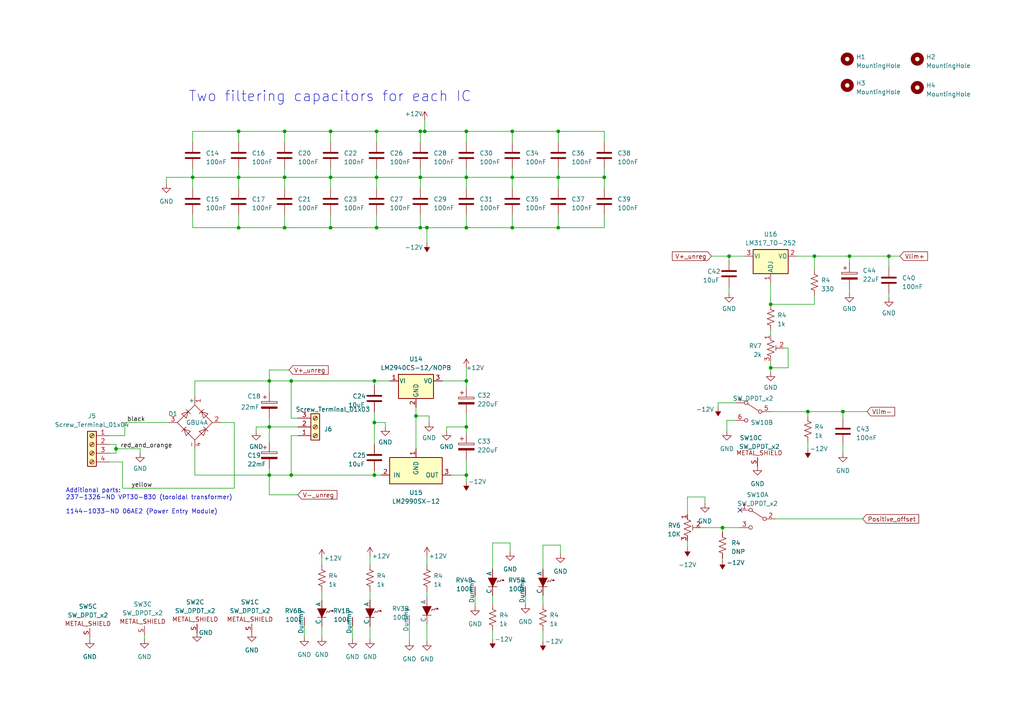
<source format=kicad_sch>
(kicad_sch (version 20230121) (generator eeschema)
  (paper "A4")
  (lib_symbols
    (symbol "Connector:Screw_Terminal_01x03" (pin_names (offset 1.016) hide)
      (property "Reference" "J" (at 0 5.08 0))
      (property "Value" "Screw_Terminal_01x03" (at 0 -5.08 0))
      (symbol "Screw_Terminal_01x03_1_1"
        (pin passive line (at -5.08 2.54 0) (length 3.81) (name "Pin_1") (number "1"))
        (pin passive line (at -5.08 0 0) (length 3.81) (name "Pin_2") (number "2"))
        (pin passive line (at -5.08 -2.54 0) (length 3.81) (name "Pin_3") (number "3"))
      )
    )
    (symbol "Connector:Screw_Terminal_01x04" (pin_names (offset 1.016) hide)
      (property "Reference" "J" (at 0 5.08 0))
      (property "Value" "Screw_Terminal_01x04" (at 0 -7.62 0))
      (symbol "Screw_Terminal_01x04_1_1"
        (pin passive line (at -5.08 2.54 0) (length 3.81) (name "Pin_1") (number "1"))
        (pin passive line (at -5.08 0 0) (length 3.81) (name "Pin_2") (number "2"))
        (pin passive line (at -5.08 -2.54 0) (length 3.81) (name "Pin_3") (number "3"))
        (pin passive line (at -5.08 -5.08 0) (length 3.81) (name "Pin_4") (number "4"))
      )
    )
    (symbol "Device:C" (pin_numbers hide) (pin_names (offset 0.254))
      (property "Reference" "C" (at 0.635 2.54 0))
      (property "Value" "C" (at 0.635 -2.54 0))
      (symbol "C_1_1"
        (pin passive line (at 0 3.81 270) (length 2.794) (name "~") (number "1"))
        (pin passive line (at 0 -3.81 90) (length 2.794) (name "~") (number "2"))
      )
    )
    (symbol "Device:C_Polarized" (pin_numbers hide) (pin_names (offset 0.254))
      (property "Reference" "C" (at 0.635 2.54 0))
      (property "Value" "C_Polarized" (at 0.635 -2.54 0))
      (symbol "C_Polarized_1_1"
        (pin passive line (at 0 3.81 270) (length 2.794) (name "~") (number "1"))
        (pin passive line (at 0 -3.81 90) (length 2.794) (name "~") (number "2"))
      )
    )
    (symbol "Device:R_Potentiometer_Trim_US" (pin_names (offset 1.016) hide)
      (property "Reference" "RV" (at -4.445 0 90))
      (property "Value" "R_Potentiometer_Trim_US" (at -2.54 0 90))
      (symbol "R_Potentiometer_Trim_US_1_1"
        (pin passive line (at 0 3.81 270) (length 1.27) (name "1") (number "1"))
        (pin passive line (at 3.81 0 180) (length 1.27) (name "2") (number "2"))
        (pin passive line (at 0 -3.81 90) (length 1.27) (name "3") (number "3"))
      )
    )
    (symbol "Device:R_US" (pin_numbers hide) (pin_names (offset 0))
      (property "Reference" "R" (at 2.54 0 90))
      (property "Value" "R_US" (at -2.54 0 90))
      (symbol "R_US_1_1"
        (pin passive line (at 0 3.81 270) (length 1.27) (name "~") (number "1"))
        (pin passive line (at 0 -3.81 90) (length 1.27) (name "~") (number "2"))
      )
    )
    (symbol "Diode_Bridge:GBU4A" (pin_names (offset 0))
      (property "Reference" "D" (at 2.54 6.985 0))
      (property "Value" "GBU4A" (at 2.54 5.08 0))
      (symbol "GBU4A_1_1"
        (pin passive line (at 7.62 0 180) (length 2.54) (name "+") (number "1"))
        (pin passive line (at 0 -7.62 90) (length 2.54) (name "~") (number "2"))
        (pin passive line (at 0 7.62 270) (length 2.54) (name "~") (number "3"))
        (pin passive line (at -7.62 0 0) (length 2.54) (name "-") (number "4"))
      )
    )
    (symbol "Mechanical:MountingHole" (pin_names (offset 1.016))
      (property "Reference" "H" (at 0 5.08 0))
      (property "Value" "MountingHole" (at 0 3.175 0))
    )
    (symbol "Regulator_Linear:LM2937xS" (pin_names (offset 0.254))
      (property "Reference" "U" (at -3.81 3.175 0))
      (property "Value" "LM2937xS" (at 0 3.175 0))
      (symbol "LM2937xS_1_1"
        (pin power_in line (at -7.62 0 0) (length 2.54) (name "VI") (number "1"))
        (pin power_in line (at 0 -7.62 90) (length 2.54) (name "GND") (number "2"))
        (pin power_out line (at 7.62 0 180) (length 2.54) (name "VO") (number "3"))
      )
    )
    (symbol "Regulator_Linear:LM2990SX-12" (pin_names (offset 1.016))
      (property "Reference" "U" (at -7.874 4.064 0))
      (property "Value" "LM2990SX-12" (at -3.048 4.064 0))
      (symbol "LM2990SX-12_1_1"
        (pin power_in line (at 0 -7.62 90) (length 2.54) (name "GND") (number "1"))
        (pin power_in line (at -10.16 0 0) (length 2.54) (name "IN") (number "2"))
        (pin power_out line (at 10.16 0 180) (length 2.54) (name "OUT") (number "3"))
      )
    )
    (symbol "Regulator_Linear:LM317_TO-252" (pin_names (offset 0.254))
      (property "Reference" "U" (at -3.81 3.175 0))
      (property "Value" "LM317_TO-252" (at 0 3.175 0))
      (symbol "LM317_TO-252_1_1"
        (pin input line (at 0 -7.62 90) (length 2.54) (name "ADJ") (number "1"))
        (pin power_out line (at 7.62 0 180) (length 2.54) (name "VO") (number "2"))
        (pin power_in line (at -7.62 0 0) (length 2.54) (name "VI") (number "3"))
      )
    )
    (symbol "local_lib:SW_DPDT_x2" (pin_names (offset 0) hide)
      (property "Reference" "SW1" (at 0 6.35 0))
      (property "Value" "SW_DPDT_x2" (at 0 3.81 0))
      (symbol "SW_DPDT_x2_1_1"
        (pin passive line (at 5.08 2.54 180) (length 2.54) (name "A") (number "1"))
        (pin passive line (at -5.08 0 0) (length 2.54) (name "B") (number "2"))
        (pin passive line (at 5.08 -2.54 180) (length 2.54) (name "C") (number "3"))
      )
      (symbol "SW_DPDT_x2_2_1"
        (pin passive line (at 5.08 2.54 180) (length 2.54) (name "A") (number "4"))
        (pin passive line (at -5.08 0 0) (length 2.54) (name "B") (number "5"))
        (pin passive line (at 5.08 -2.54 180) (length 2.54) (name "C") (number "6"))
      )
      (symbol "SW_DPDT_x2_3_1"
        (text "METAL_SHIELD" (at 0.5342 1.3412 0) (effects (font (size 1.27 1.27))))
        (pin passive line (at 0 -2.54 90) (length 2.54) (name "S") (number "S"))
      )
    )
    (symbol "local_lib:potentiometer_and _LED" (pin_numbers hide) (pin_names (offset 0))
      (property "Reference" "RV" (at -4.445 0 90))
      (property "Value" "100k" (at -2.54 0 90))
      (symbol "potentiometer_and _LED_1_1"
        (unit_name "Potentiometer")
        (pin passive line (at 0 3.81 270) (length 1.27) (name "1") (number "1"))
        (pin passive line (at 3.81 0 180) (length 1.27) (name "2") (number "2"))
        (pin passive line (at 0 -3.81 90) (length 1.27) (name "3") (number "3"))
      )
      (symbol "potentiometer_and _LED_2_1"
        (unit_name "LED")
        (pin passive line (at 0 3.81 270) (length 2.54) (name "A") (number "A"))
        (pin passive line (at 0 -3.81 90) (length 2.54) (name "C") (number "C"))
        (pin passive line (at -5.08 -3.81 90) (length 2.54) (name "Dummy") (number "L"))
      )
    )
    (symbol "power:+12V" (power) (pin_names (offset 0))
      (property "Value" "+12V" (at 0 3.556 0))
      (symbol "+12V_1_1"
        (pin power_in line (at 0 0 90) (length 0) hide (name "+12V") (number "1"))
      )
    )
    (symbol "power:-12V" (power) (pin_names (offset 0))
      (property "Value" "-12V" (at 0 3.81 0))
      (symbol "-12V_0_0"
        (pin power_in line (at 0 0 90) (length 0) hide (name "-12V") (number "1"))
      )
    )
    (symbol "power:GND" (power) (pin_names (offset 0))
      (property "Value" "GND" (at 0 -3.81 0))
      (symbol "GND_1_1"
        (pin power_in line (at 0 0 270) (length 0) hide (name "GND") (number "1"))
      )
    )
  )
  (junction (at 148.59 66.04))
  (junction (at 148.59 38.1))
  (junction (at 244.475 119.38))
  (junction (at 135.255 51.435))
  (junction (at 135.255 123.825))
  (junction (at 82.55 38.1))
  (junction (at 109.22 51.435))
  (junction (at 82.55 51.435))
  (junction (at 223.52 106.68))
  (junction (at 84.455 110.49))
  (junction (at 120.65 120.65))
  (junction (at 69.215 66.04))
  (junction (at 95.885 66.04))
  (junction (at 33.655 130.175))
  (junction (at 135.255 137.795))
  (junction (at 78.105 123.825))
  (junction (at 161.925 38.1))
  (junction (at 55.88 51.435))
  (junction (at 209.55 153.035))
  (junction (at 246.38 74.295))
  (junction (at 135.255 38.1))
  (junction (at 69.215 38.1))
  (junction (at 108.585 122.555))
  (junction (at 148.59 51.435))
  (junction (at 109.22 66.04))
  (junction (at 223.52 88.265))
  (junction (at 69.215 51.435))
  (junction (at 84.455 137.795))
  (junction (at 161.925 66.04))
  (junction (at 108.585 110.49))
  (junction (at 234.315 119.38))
  (junction (at 78.105 137.795))
  (junction (at 121.92 51.435))
  (junction (at 95.885 38.1))
  (junction (at 175.26 51.435))
  (junction (at 109.22 38.1))
  (junction (at 135.255 110.49))
  (junction (at 211.455 74.295))
  (junction (at 78.105 110.49))
  (junction (at 257.81 74.295))
  (junction (at 108.585 137.795))
  (junction (at 121.92 38.1))
  (junction (at 161.925 51.435))
  (junction (at 123.19 38.1))
  (junction (at 95.885 51.435))
  (junction (at 123.825 66.04))
  (junction (at 236.22 74.295))
  (junction (at 135.255 66.04))
  (junction (at 121.92 66.04))
  (junction (at 82.55 66.04))
  (no_connect (at 214.63 147.955))
  (wire (pts (xy 74.295 125.095) (xy 74.295 123.825)))
  (wire (pts (xy 148.59 51.435) (xy 148.59 54.61)))
  (wire (pts (xy 175.26 38.1) (xy 161.925 38.1)))
  (wire (pts (xy 121.92 48.895) (xy 121.92 51.435)))
  (wire (pts (xy 78.105 107.315) (xy 78.105 110.49)))
  (wire (pts (xy 95.885 48.895) (xy 95.885 51.435)))
  (wire (pts (xy 123.825 66.04) (xy 123.825 70.485)))
  (wire (pts (xy 31.75 126.365) (xy 36.195 126.365)))
  (wire (pts (xy 64.135 122.555) (xy 67.945 122.555)))
  (wire (pts (xy 135.255 133.35) (xy 135.255 137.795)))
  (wire (pts (xy 161.925 48.895) (xy 161.925 51.435)))
  (wire (pts (xy 69.215 38.1) (xy 82.55 38.1)))
  (wire (pts (xy 135.255 48.895) (xy 135.255 51.435)))
  (wire (pts (xy 78.105 143.51) (xy 78.105 137.795)))
  (wire (pts (xy 55.88 51.435) (xy 48.26 51.435)))
  (wire (pts (xy 231.14 74.295) (xy 236.22 74.295)))
  (wire (pts (xy 69.215 62.23) (xy 69.215 66.04)))
  (wire (pts (xy 84.455 121.285) (xy 84.455 110.49)))
  (wire (pts (xy 95.885 51.435) (xy 82.55 51.435)))
  (wire (pts (xy 78.105 110.49) (xy 78.105 113.665)))
  (wire (pts (xy 95.885 51.435) (xy 109.22 51.435)))
  (wire (pts (xy 109.22 51.435) (xy 109.22 54.61)))
  (wire (pts (xy 78.105 121.285) (xy 78.105 123.825)))
  (wire (pts (xy 123.825 161.29) (xy 123.825 163.83)))
  (wire (pts (xy 211.455 83.185) (xy 211.455 85.09)))
  (wire (pts (xy 121.92 38.1) (xy 121.92 41.275)))
  (wire (pts (xy 109.22 38.1) (xy 121.92 38.1)))
  (wire (pts (xy 82.55 66.04) (xy 95.885 66.04)))
  (wire (pts (xy 211.455 74.295) (xy 215.9 74.295)))
  (wire (pts (xy 135.255 51.435) (xy 135.255 54.61)))
  (wire (pts (xy 161.925 38.1) (xy 161.925 41.275)))
  (wire (pts (xy 120.65 118.11) (xy 120.65 120.65)))
  (wire (pts (xy 55.88 51.435) (xy 69.215 51.435)))
  (wire (pts (xy 95.885 38.1) (xy 109.22 38.1)))
  (wire (pts (xy 129.54 125.095) (xy 129.54 123.825)))
  (wire (pts (xy 123.825 180.975) (xy 123.825 186.055)))
  (wire (pts (xy 56.515 114.935) (xy 56.515 110.49)))
  (wire (pts (xy 135.255 38.1) (xy 135.255 41.275)))
  (wire (pts (xy 199.39 144.145) (xy 199.39 149.225)))
  (wire (pts (xy 26.035 184.785) (xy 26.035 185.42)))
  (wire (pts (xy 108.585 122.555) (xy 108.585 128.905)))
  (wire (pts (xy 142.875 182.88) (xy 142.875 185.42)))
  (wire (pts (xy 95.885 62.23) (xy 95.885 66.04)))
  (wire (pts (xy 111.76 123.825) (xy 111.76 122.555)))
  (wire (pts (xy 161.925 62.23) (xy 161.925 66.04)))
  (wire (pts (xy 175.26 62.23) (xy 175.26 66.04)))
  (wire (pts (xy 95.885 38.1) (xy 95.885 41.275)))
  (wire (pts (xy 74.295 123.825) (xy 78.105 123.825)))
  (wire (pts (xy 206.375 74.295) (xy 211.455 74.295)))
  (wire (pts (xy 124.46 122.555) (xy 124.46 120.65)))
  (wire (pts (xy 208.28 118.11) (xy 208.28 116.84)))
  (wire (pts (xy 109.22 48.895) (xy 109.22 51.435)))
  (wire (pts (xy 108.585 137.795) (xy 110.49 137.795)))
  (wire (pts (xy 175.26 48.895) (xy 175.26 51.435)))
  (wire (pts (xy 78.105 143.51) (xy 86.36 143.51)))
  (wire (pts (xy 69.215 38.1) (xy 69.215 41.275)))
  (wire (pts (xy 234.315 119.38) (xy 234.315 120.65)))
  (wire (pts (xy 121.92 51.435) (xy 121.92 54.61)))
  (wire (pts (xy 55.88 38.1) (xy 69.215 38.1)))
  (wire (pts (xy 84.455 110.49) (xy 108.585 110.49)))
  (wire (pts (xy 135.255 66.04) (xy 148.59 66.04)))
  (wire (pts (xy 86.36 126.365) (xy 84.455 126.365)))
  (wire (pts (xy 135.255 120.015) (xy 135.255 123.825)))
  (wire (pts (xy 175.26 38.1) (xy 175.26 41.275)))
  (wire (pts (xy 162.56 158.115) (xy 157.48 158.115)))
  (wire (pts (xy 244.475 119.38) (xy 244.475 121.285)))
  (wire (pts (xy 55.88 48.895) (xy 55.88 51.435)))
  (wire (pts (xy 69.215 51.435) (xy 69.215 54.61)))
  (wire (pts (xy 82.55 38.1) (xy 95.885 38.1)))
  (wire (pts (xy 236.22 74.295) (xy 246.38 74.295)))
  (wire (pts (xy 107.315 171.45) (xy 107.315 173.99)))
  (wire (pts (xy 161.925 51.435) (xy 175.26 51.435)))
  (wire (pts (xy 224.79 150.495) (xy 250.19 150.495)))
  (wire (pts (xy 128.27 110.49) (xy 135.255 110.49)))
  (wire (pts (xy 108.585 136.525) (xy 108.585 137.795)))
  (wire (pts (xy 35.56 133.985) (xy 35.56 141.605)))
  (wire (pts (xy 210.82 125.095) (xy 210.82 121.92)))
  (wire (pts (xy 223.52 104.775) (xy 223.52 106.68)))
  (wire (pts (xy 129.54 123.825) (xy 135.255 123.825)))
  (wire (pts (xy 56.515 110.49) (xy 78.105 110.49)))
  (wire (pts (xy 82.55 62.23) (xy 82.55 66.04)))
  (wire (pts (xy 55.88 41.275) (xy 55.88 38.1)))
  (wire (pts (xy 161.925 51.435) (xy 161.925 54.61)))
  (wire (pts (xy 209.55 153.035) (xy 214.63 153.035)))
  (wire (pts (xy 162.56 160.655) (xy 162.56 158.115)))
  (wire (pts (xy 135.255 106.68) (xy 135.255 110.49)))
  (wire (pts (xy 142.875 157.48) (xy 147.955 157.48)))
  (wire (pts (xy 95.885 51.435) (xy 95.885 54.61)))
  (wire (pts (xy 111.76 122.555) (xy 108.585 122.555)))
  (wire (pts (xy 78.105 123.825) (xy 86.36 123.825)))
  (wire (pts (xy 161.925 66.04) (xy 175.26 66.04)))
  (wire (pts (xy 148.59 38.1) (xy 135.255 38.1)))
  (wire (pts (xy 108.585 119.38) (xy 108.585 122.555)))
  (wire (pts (xy 78.105 137.795) (xy 84.455 137.795)))
  (wire (pts (xy 204.47 144.145) (xy 199.39 144.145)))
  (wire (pts (xy 236.22 74.295) (xy 236.22 78.105)))
  (wire (pts (xy 102.235 181.61) (xy 102.235 185.42)))
  (wire (pts (xy 130.81 137.795) (xy 135.255 137.795)))
  (wire (pts (xy 257.81 74.295) (xy 257.81 77.47)))
  (wire (pts (xy 123.825 66.04) (xy 135.255 66.04)))
  (wire (pts (xy 118.745 180.975) (xy 118.745 186.055)))
  (wire (pts (xy 223.52 81.915) (xy 223.52 88.265)))
  (wire (pts (xy 157.48 172.72) (xy 157.48 175.26)))
  (wire (pts (xy 55.88 51.435) (xy 55.88 54.61)))
  (wire (pts (xy 234.315 128.27) (xy 234.315 130.175)))
  (wire (pts (xy 109.22 62.23) (xy 109.22 66.04)))
  (wire (pts (xy 246.38 83.82) (xy 246.38 85.09)))
  (wire (pts (xy 69.215 48.895) (xy 69.215 51.435)))
  (wire (pts (xy 135.255 112.395) (xy 135.255 110.49)))
  (wire (pts (xy 257.81 74.295) (xy 260.985 74.295)))
  (wire (pts (xy 35.56 141.605) (xy 67.945 141.605)))
  (wire (pts (xy 209.55 161.925) (xy 209.55 162.56)))
  (wire (pts (xy 147.955 157.48) (xy 147.955 160.02)))
  (wire (pts (xy 257.81 85.09) (xy 257.81 86.36)))
  (wire (pts (xy 84.455 126.365) (xy 84.455 137.795)))
  (wire (pts (xy 78.105 110.49) (xy 84.455 110.49)))
  (wire (pts (xy 234.315 119.38) (xy 244.475 119.38)))
  (wire (pts (xy 33.655 130.175) (xy 40.64 130.175)))
  (wire (pts (xy 244.475 128.905) (xy 244.475 131.445)))
  (wire (pts (xy 161.925 38.1) (xy 148.59 38.1)))
  (wire (pts (xy 121.92 51.435) (xy 135.255 51.435)))
  (wire (pts (xy 109.22 51.435) (xy 121.92 51.435)))
  (wire (pts (xy 31.75 128.905) (xy 33.655 128.905)))
  (wire (pts (xy 124.46 120.65) (xy 120.65 120.65)))
  (wire (pts (xy 228.6 100.965) (xy 228.6 106.68)))
  (wire (pts (xy 33.655 130.175) (xy 33.655 131.445)))
  (wire (pts (xy 67.945 122.555) (xy 67.945 141.605)))
  (wire (pts (xy 41.91 185.42) (xy 41.91 184.15)))
  (wire (pts (xy 137.795 172.72) (xy 137.795 175.895)))
  (wire (pts (xy 223.52 106.68) (xy 223.52 107.95)))
  (wire (pts (xy 199.39 156.845) (xy 199.39 158.75)))
  (wire (pts (xy 82.55 48.895) (xy 82.55 51.435)))
  (wire (pts (xy 95.885 66.04) (xy 109.22 66.04)))
  (wire (pts (xy 107.315 181.61) (xy 107.315 185.42)))
  (wire (pts (xy 157.48 158.115) (xy 157.48 165.1)))
  (wire (pts (xy 244.475 119.38) (xy 251.46 119.38)))
  (wire (pts (xy 82.55 38.1) (xy 82.55 41.275)))
  (wire (pts (xy 152.4 172.72) (xy 152.4 175.26)))
  (wire (pts (xy 236.22 88.265) (xy 223.52 88.265)))
  (wire (pts (xy 148.59 62.23) (xy 148.59 66.04)))
  (wire (pts (xy 55.88 62.23) (xy 55.88 66.04)))
  (wire (pts (xy 121.92 66.04) (xy 123.825 66.04)))
  (wire (pts (xy 210.82 121.92) (xy 213.36 121.92)))
  (wire (pts (xy 107.315 161.29) (xy 107.315 163.83)))
  (wire (pts (xy 223.52 95.885) (xy 223.52 97.155)))
  (wire (pts (xy 148.59 66.04) (xy 161.925 66.04)))
  (wire (pts (xy 236.22 85.725) (xy 236.22 88.265)))
  (wire (pts (xy 69.215 51.435) (xy 82.55 51.435)))
  (wire (pts (xy 120.65 120.65) (xy 120.65 130.175)))
  (wire (pts (xy 40.64 130.175) (xy 40.64 131.445)))
  (wire (pts (xy 84.455 137.795) (xy 108.585 137.795)))
  (wire (pts (xy 109.22 66.04) (xy 121.92 66.04)))
  (wire (pts (xy 121.92 62.23) (xy 121.92 66.04)))
  (wire (pts (xy 69.215 66.04) (xy 82.55 66.04)))
  (wire (pts (xy 227.33 100.965) (xy 228.6 100.965)))
  (wire (pts (xy 93.345 181.61) (xy 93.345 184.785)))
  (wire (pts (xy 203.2 153.035) (xy 209.55 153.035)))
  (wire (pts (xy 148.59 38.1) (xy 148.59 41.275)))
  (wire (pts (xy 82.55 51.435) (xy 82.55 54.61)))
  (wire (pts (xy 135.255 137.795) (xy 135.255 139.7)))
  (wire (pts (xy 148.59 51.435) (xy 161.925 51.435)))
  (wire (pts (xy 56.515 137.795) (xy 56.515 130.175)))
  (wire (pts (xy 135.255 38.1) (xy 123.19 38.1)))
  (wire (pts (xy 93.345 161.925) (xy 93.345 163.83)))
  (wire (pts (xy 148.59 51.435) (xy 135.255 51.435)))
  (wire (pts (xy 142.875 172.72) (xy 142.875 175.26)))
  (wire (pts (xy 208.28 116.84) (xy 213.36 116.84)))
  (wire (pts (xy 209.55 153.035) (xy 209.55 154.305)))
  (wire (pts (xy 135.255 123.825) (xy 135.255 125.73)))
  (wire (pts (xy 175.26 51.435) (xy 175.26 54.61)))
  (wire (pts (xy 36.195 122.555) (xy 48.895 122.555)))
  (wire (pts (xy 135.255 62.23) (xy 135.255 66.04)))
  (wire (pts (xy 83.82 107.315) (xy 78.105 107.315)))
  (wire (pts (xy 204.47 146.05) (xy 204.47 144.145)))
  (wire (pts (xy 211.455 74.295) (xy 211.455 75.565)))
  (wire (pts (xy 142.875 165.1) (xy 142.875 157.48)))
  (wire (pts (xy 55.88 66.04) (xy 69.215 66.04)))
  (wire (pts (xy 123.825 171.45) (xy 123.825 173.355)))
  (wire (pts (xy 78.105 135.89) (xy 78.105 137.795)))
  (wire (pts (xy 78.105 123.825) (xy 78.105 128.27)))
  (wire (pts (xy 228.6 106.68) (xy 223.52 106.68)))
  (wire (pts (xy 31.75 131.445) (xy 33.655 131.445)))
  (wire (pts (xy 246.38 74.295) (xy 246.38 76.2)))
  (wire (pts (xy 31.75 133.985) (xy 35.56 133.985)))
  (wire (pts (xy 108.585 110.49) (xy 113.03 110.49)))
  (wire (pts (xy 93.345 171.45) (xy 93.345 173.99)))
  (wire (pts (xy 88.265 181.61) (xy 88.265 184.785)))
  (wire (pts (xy 246.38 74.295) (xy 257.81 74.295)))
  (wire (pts (xy 121.92 38.1) (xy 123.19 38.1)))
  (wire (pts (xy 86.36 121.285) (xy 84.455 121.285)))
  (wire (pts (xy 123.19 34.925) (xy 123.19 38.1)))
  (wire (pts (xy 148.59 48.895) (xy 148.59 51.435)))
  (wire (pts (xy 36.195 126.365) (xy 36.195 122.555)))
  (wire (pts (xy 108.585 110.49) (xy 108.585 111.76)))
  (wire (pts (xy 223.52 119.38) (xy 234.315 119.38)))
  (wire (pts (xy 48.26 51.435) (xy 48.26 53.34)))
  (wire (pts (xy 157.48 182.88) (xy 157.48 186.055)))
  (wire (pts (xy 33.655 128.905) (xy 33.655 130.175)))
  (wire (pts (xy 56.515 137.795) (xy 78.105 137.795)))
  (wire (pts (xy 109.22 38.1) (xy 109.22 41.275)))
  (text "Two filtering capacitors for each IC " (at 54.61 29.845 0) (effects (font (size 3 3)) (justify left bottom)))
  (text "Additional parts:\n237-1326-ND VPT30-830 (toroidal transformer)\n	\n1144-1033-ND 06AE2 (Power Entry Module)\n" (at 19.05 149.225 0) (effects (font (size 1.27 1.27)) (justify left bottom)))
  (label "black" (at 36.83 122.555 0))
  (label "yellow" (at 38.1 141.605 0))
  (label "red_and_orange" (at 34.925 130.175 0))
  (global_label "Vlim+" (shape input) (at 260.985 74.295 0) (property "Intersheetrefs" "${INTERSHEET_REFS}" (effects hide)))
  (global_label "V+_unreg" (shape input) (at 206.375 74.295 180) (property "Intersheetrefs" "${INTERSHEET_REFS}" (effects hide)))
  (global_label "V+_unreg" (shape input) (at 83.82 107.315 0) (property "Intersheetrefs" "${INTERSHEET_REFS}" (effects hide)))
  (global_label "V-_unreg" (shape input) (at 86.36 143.51 0) (property "Intersheetrefs" "${INTERSHEET_REFS}" (effects hide)))
  (global_label "Vlim-" (shape input) (at 251.46 119.38 0) (property "Intersheetrefs" "${INTERSHEET_REFS}" (effects hide)))
  (global_label "Positive_offset" (shape input) (at 250.19 150.495 0) (property "Intersheetrefs" "${INTERSHEET_REFS}" (effects hide)))
  (symbol (lib_id "power:GND") (at 88.265 184.785 0) (unit 1)
    (property "Reference" "#PWR040" (effects hide))
    (property "Value" "GND" (at 88.265 189.865 0))
  )
  (symbol (lib_id "power:GND") (at 162.56 160.655 0) (unit 1)
    (property "Reference" "#PWR061" (effects hide))
    (property "Value" "GND" (at 162.56 165.735 0))
  )
  (symbol (lib_id "Regulator_Linear:LM2990SX-12") (at 120.65 137.795 0) (mirror x) (unit 1)
    (property "Reference" "U15" (at 120.65 142.875 0))
    (property "Value" "LM2990SX-12" (at 120.65 145.415 0))
    (property "Footprint" "Package_TO_SOT_SMD:TO-263-3_TabPin2" (effects hide))
    (property "Datasheet" "http://www.ti.com/lit/ds/symlink/lm2990.pdf" (effects hide))
    (property "DIGIKEY" "LM2990SX-12/NOPBCT-ND" (effects hide))
    (property "PARTNO" "LM2990SX-12/NOPB" (effects hide))
  )
  (symbol (lib_id "Device:C") (at 148.59 45.085 0) (unit 1)
    (property "Reference" "C34" (at 152.4 44.45 0) (effects (justify left)))
    (property "Value" "100nF" (at 152.4 46.99 0) (effects (justify left)))
    (property "Footprint" "Capacitor_SMD:C_0805_2012Metric" (effects hide))
  )
  (symbol (lib_id "Mechanical:MountingHole") (at 266.065 25.4 0) (unit 1)
    (property "Reference" "H4" (at 268.605 24.765 0) (effects (justify left)))
    (property "Value" "MountingHole" (at 268.605 27.305 0) (effects (justify left)))
    (property "Footprint" "MountingHole:MountingHole_3.2mm_M3_ISO14580" (effects hide))
  )
  (symbol (lib_id "Device:R_US") (at 93.345 167.64 180) (unit 1)
    (property "Reference" "R4" (at 95.25 167.005 0) (effects (justify right)))
    (property "Value" "1k" (at 95.25 169.545 0) (effects (justify right)))
    (property "Footprint" "Resistor_SMD:R_0805_2012Metric" (effects hide))
    (instances (project "basic_pid" (path "" (reference "R4") (unit 1)) (path "" (reference "R24") (unit 1))))
  )
  (symbol (lib_id "Device:C") (at 55.88 45.085 0) (unit 1)
    (property "Reference" "C14" (at 59.69 44.45 0) (effects (justify left)))
    (property "Value" "100nF" (at 59.69 46.99 0) (effects (justify left)))
    (property "Footprint" "Capacitor_SMD:C_0805_2012Metric" (effects hide))
  )
  (symbol (lib_id "Connector:Screw_Terminal_01x04") (at 26.67 128.905 0) (mirror y) (unit 1)
    (property "Reference" "J5" (at 26.67 120.65 0))
    (property "Value" "Screw_Terminal_01x04" (at 26.67 123.19 0))
    (property "Footprint" "TerminalBlock:TerminalBlock_Altech_AK300-4_P5.00mm" (effects hide))
  )
  (symbol (lib_id "Device:C") (at 211.455 79.375 0) (unit 1)
    (property "Reference" "C42" (at 205.105 78.74 0) (effects (justify left)))
    (property "Value" "10uF" (at 203.835 81.28 0) (effects (justify left)))
    (property "Footprint" "Capacitor_SMD:C_1210_3225Metric" (effects hide))
  )
  (symbol (lib_id "power:GND") (at 74.295 125.095 0) (unit 1)
    (property "Reference" "#PWR039" (effects hide))
    (property "Value" "GND" (at 74.295 129.54 0))
  )
  (symbol (lib_id "power:GND") (at 107.315 185.42 0) (unit 1)
    (property "Reference" "#PWR045" (effects hide))
    (property "Value" "GND" (at 107.315 190.5 0))
  )
  (symbol (lib_id "Regulator_Linear:LM2937xS") (at 120.65 110.49 0) (unit 1)
    (property "Reference" "U14" (at 120.65 104.14 0))
    (property "Value" "LM2940CS-12/NOPB" (at 120.65 106.68 0))
    (property "Footprint" "Package_TO_SOT_SMD:TO-263-3_TabPin2" (effects hide))
    (property "Datasheet" "https://rocelec.widen.net/view/pdf/plo4um4rey/NATLS09701-1.pdf" (effects hide))
    (property "DIGIKEY" "LM2940CS-12/NOPB-ND" (effects hide))
    (property "PARTNO" "LM2940CS-12/NOPB" (effects hide))
  )
  (symbol (lib_id "power:-12V") (at 234.315 130.175 180) (unit 1)
    (property "Reference" "#PWR070" (effects hide))
    (property "Value" "-12V" (at 237.49 130.175 0))
  )
  (symbol (lib_id "Device:R_US") (at 209.55 158.115 180) (unit 1)
    (property "Reference" "R4" (at 212.09 157.48 0) (effects (justify right)))
    (property "Value" "DNP" (at 212.09 160.02 0) (effects (justify right)))
    (property "Footprint" "Resistor_SMD:R_0805_2012Metric" (effects hide))
    (instances (project "basic_pid" (path "" (reference "R4") (unit 1)) (path "" (reference "R29") (unit 1))))
  )
  (symbol (lib_id "Device:C") (at 148.59 58.42 0) (unit 1)
    (property "Reference" "C35" (at 152.4 57.785 0) (effects (justify left)))
    (property "Value" "100nF" (at 152.4 60.325 0) (effects (justify left)))
    (property "Footprint" "Capacitor_SMD:C_0805_2012Metric" (effects hide))
  )
  (symbol (lib_id "power:GND") (at 124.46 122.555 0) (unit 1)
    (property "Reference" "#PWR052" (effects hide))
    (property "Value" "GND" (at 124.46 127 0))
  )
  (symbol (lib_id "Device:C_Polarized") (at 78.105 117.475 0) (unit 1)
    (property "Reference" "C18" (at 71.755 114.935 0) (effects (justify left)))
    (property "Value" "22mF" (at 69.85 118.11 0) (effects (justify left)))
    (property "Footprint" "Capacitor_THT:CP_Radial_D30.0mm_P10.00mm_SnapIn" (effects hide))
    (property "Datasheet" "https://www.cde.com/resources/catalogs/380-382.pdf" (effects hide))
    (property "DIGIKEY" "338-2433-ND" (effects hide))
    (property "PARTNO" "380LX223M035K052" (effects hide))
  )
  (symbol (lib_id "Device:R_Potentiometer_Trim_US") (at 223.52 100.965 0) (unit 1)
    (property "Reference" "RV7" (at 220.98 100.33 0) (effects (justify right)))
    (property "Value" "2k" (at 220.98 102.87 0) (effects (justify right)))
    (property "Footprint" "Potentiometer_THT:Potentiometer_Bourns_3296W_Vertical" (effects hide))
    (property "PARTNO" "M64W202KB40" (effects hide))
    (property "DIGIKEY" "SP064W-2.0K-ND" (effects hide))
  )
  (symbol (lib_id "power:GND") (at 147.955 160.02 0) (unit 1)
    (property "Reference" "#PWR058" (effects hide))
    (property "Value" "GND" (at 147.955 165.1 0))
  )
  (symbol (lib_id "Device:C") (at 109.22 45.085 0) (unit 1)
    (property "Reference" "C26" (at 113.03 44.45 0) (effects (justify left)))
    (property "Value" "100nF" (at 113.03 46.99 0) (effects (justify left)))
    (property "Footprint" "Capacitor_SMD:C_0805_2012Metric" (effects hide))
  )
  (symbol (lib_id "Device:C") (at 69.215 45.085 0) (unit 1)
    (property "Reference" "C16" (at 73.025 44.45 0) (effects (justify left)))
    (property "Value" "100nF" (at 73.025 46.99 0) (effects (justify left)))
    (property "Footprint" "Capacitor_SMD:C_0805_2012Metric" (effects hide))
  )
  (symbol (lib_id "Device:C") (at 82.55 58.42 0) (unit 1)
    (property "Reference" "C21" (at 86.36 57.785 0) (effects (justify left)))
    (property "Value" "100nF" (at 86.36 60.325 0) (effects (justify left)))
    (property "Footprint" "Capacitor_SMD:C_0805_2012Metric" (effects hide))
  )
  (symbol (lib_id "Device:C") (at 108.585 132.715 0) (unit 1)
    (property "Reference" "C25" (at 102.235 132.08 0) (effects (justify left)))
    (property "Value" "10uF" (at 100.965 134.62 0) (effects (justify left)))
    (property "Footprint" "Capacitor_SMD:C_1210_3225Metric" (effects hide))
  )
  (symbol (lib_id "Mechanical:MountingHole") (at 245.745 24.765 0) (unit 1)
    (property "Reference" "H3" (at 248.285 24.13 0) (effects (justify left)))
    (property "Value" "MountingHole" (at 248.285 26.67 0) (effects (justify left)))
    (property "Footprint" "MountingHole:MountingHole_3.2mm_M3_ISO14580" (effects hide))
  )
  (symbol (lib_id "local_lib:potentiometer_and _LED") (at 142.875 168.91 0) (unit 2)
    (property "Reference" "RV4" (at 137.16 168.275 0) (effects (justify right)))
    (property "Value" "100k" (at 137.16 170.815 0) (effects (justify right)))
    (property "Footprint" "lib:Slide_pot_45mm" (effects hide))
    (property "Datasheet" "https://www.bourns.com/docs/Product-Datasheets/PTL.pdf" (effects hide))
    (property "PARTNO" "PTL45-15O0-104B1" (effects hide))
    (property "DIGIKEY" "PTL45-15O0-104B1-ND" (effects hide))
    (instances (project "basic_pid" (path "" (reference "RV4") (unit 2)) (path "" (reference "RV5") (unit 2))))
  )
  (symbol (lib_id "power:+12V") (at 135.255 106.68 0) (unit 1)
    (property "Reference" "#PWR054" (effects hide))
    (property "Value" "+12V" (at 137.795 106.68 0))
  )
  (symbol (lib_id "Device:C_Polarized") (at 246.38 80.01 0) (unit 1)
    (property "Reference" "C44" (at 250.19 78.486 0) (effects (justify left)))
    (property "Value" "22uF" (at 250.19 81.026 0) (effects (justify left)))
    (property "Footprint" "Capacitor_SMD:CP_Elec_4x5.8" (effects hide))
    (property "Datasheet" "https://www.nichicon.co.jp/english/series_items/catalog_pdf/e-ucm.pdf" (effects hide))
    (property "DIGIKEY" "493-14929-1-ND" (effects hide))
    (property "PARTNO" "UCM1V220MCL1GS" (effects hide))
  )
  (symbol (lib_id "Connector:Screw_Terminal_01x03") (at 91.44 123.825 0) (mirror x) (unit 1)
    (property "Reference" "J6" (at 93.98 124.46 0) (effects (justify left)))
    (property "Value" "Screw_Terminal_01x03" (at 85.725 118.745 0) (effects (justify left)))
    (property "Footprint" "TerminalBlock:TerminalBlock_Altech_AK300-3_P5.00mm" (effects hide))
  )
  (symbol (lib_id "Device:R_US") (at 123.825 167.64 180) (unit 1)
    (property "Reference" "R4" (at 125.73 167.005 0) (effects (justify right)))
    (property "Value" "1k" (at 125.73 169.545 0) (effects (justify right)))
    (property "Footprint" "Resistor_SMD:R_0805_2012Metric" (effects hide))
    (instances (project "basic_pid" (path "" (reference "R4") (unit 1)) (path "" (reference "R26") (unit 1))))
  )
  (symbol (lib_id "local_lib:SW_DPDT_x2") (at 26.035 182.245 0) (mirror y) (unit 3)
    (property "Reference" "SW5" (at 25.5008 175.895 0))
    (property "Value" "SW_DPDT_x2" (at 25.5008 178.435 0))
    (property "Footprint" "lib:MHS222" (effects hide))
    (property "Datasheet" "https://www.te.com/commerce/DocumentDelivery/DDEController?Action=srchrtrv&DocNm=1825289&DocType=Customer+Drawing&DocLang=English&DocFormat=pdf&PartCntxt=1825289-1" (effects hide))
    (property "PARTNO" "1825289-1" (effects hide))
    (property "DIGIKEY" "450-1572-ND" (effects hide))
  )
  (symbol (lib_id "local_lib:SW_DPDT_x2") (at 219.71 150.495 0) (mirror y) (unit 1)
    (property "Reference" "SW10" (at 219.7266 143.51 0))
    (property "Value" "SW_DPDT_x2" (at 219.7266 146.05 0))
    (property "Footprint" "lib:MHS222" (effects hide))
    (property "Datasheet" "https://www.te.com/commerce/DocumentDelivery/DDEController?Action=srchrtrv&DocNm=1825289&DocType=Customer+Drawing&DocLang=English&DocFormat=pdf&PartCntxt=1825289-1" (effects hide))
    (property "PARTNO" "1825289-1" (effects hide))
    (property "DIGIKEY" "450-1572-ND" (effects hide))
  )
  (symbol (lib_id "power:+12V") (at 93.345 161.925 0) (unit 1)
    (property "Reference" "#PWR041" (effects hide))
    (property "Value" "+12V" (at 96.52 161.925 0))
  )
  (symbol (lib_id "power:+12V") (at 123.19 34.925 0) (unit 1)
    (property "Reference" "#PWR048" (effects hide))
    (property "Value" "+12V" (at 120.015 33.02 0))
  )
  (symbol (lib_id "power:+12V") (at 107.315 161.29 0) (unit 1)
    (property "Reference" "#PWR044" (effects hide))
    (property "Value" "+12V" (at 110.49 161.29 0))
  )
  (symbol (lib_id "power:-12V") (at 157.48 186.055 180) (unit 1)
    (property "Reference" "#PWR060" (effects hide))
    (property "Value" "-12V" (at 160.655 186.055 0))
  )
  (symbol (lib_id "power:+12V") (at 123.825 161.29 0) (unit 1)
    (property "Reference" "#PWR050" (effects hide))
    (property "Value" "+12V" (at 127 161.29 0))
  )
  (symbol (lib_id "power:GND") (at 246.38 85.09 0) (unit 1)
    (property "Reference" "#PWR072" (effects hide))
    (property "Value" "GND" (at 246.38 89.535 0))
  )
  (symbol (lib_id "Diode_Bridge:GBU4A") (at 56.515 122.555 90) (unit 1)
    (property "Reference" "D1" (at 50.165 120.015 90))
    (property "Value" "GBU4A" (at 57.15 122.555 90))
    (property "Footprint" "Diode_THT:Diode_Bridge_Vishay_GBU" (effects hide))
    (property "Datasheet" "http://www.vishay.com/docs/88656/gbu4a.pdf" (effects hide))
    (property "DIGIKEY" "GBU4A-ND" (effects hide))
    (property "PARTNO" "GBU4A" (effects hide))
  )
  (symbol (lib_id "Device:C") (at 135.255 58.42 0) (unit 1)
    (property "Reference" "C31" (at 139.065 57.785 0) (effects (justify left)))
    (property "Value" "100nF" (at 139.065 60.325 0) (effects (justify left)))
    (property "Footprint" "Capacitor_SMD:C_0805_2012Metric" (effects hide))
  )
  (symbol (lib_id "power:-12V") (at 199.39 158.75 180) (unit 1)
    (property "Reference" "#PWR062" (effects hide))
    (property "Value" "-12V" (at 199.39 163.83 0))
  )
  (symbol (lib_id "Device:C") (at 121.92 45.085 0) (unit 1)
    (property "Reference" "C28" (at 125.73 44.45 0) (effects (justify left)))
    (property "Value" "100nF" (at 125.73 46.99 0) (effects (justify left)))
    (property "Footprint" "Capacitor_SMD:C_0805_2012Metric" (effects hide))
  )
  (symbol (lib_id "power:GND") (at 211.455 85.09 0) (unit 1)
    (property "Reference" "#PWR067" (effects hide))
    (property "Value" "GND" (at 211.455 89.535 0))
  )
  (symbol (lib_id "Device:C") (at 95.885 45.085 0) (unit 1)
    (property "Reference" "C22" (at 99.695 44.45 0) (effects (justify left)))
    (property "Value" "100nF" (at 99.695 46.99 0) (effects (justify left)))
    (property "Footprint" "Capacitor_SMD:C_0805_2012Metric" (effects hide))
  )
  (symbol (lib_id "power:GND") (at 93.345 184.785 0) (unit 1)
    (property "Reference" "#PWR042" (effects hide))
    (property "Value" "GND" (at 93.345 189.865 0))
  )
  (symbol (lib_id "Mechanical:MountingHole") (at 266.065 17.145 0) (unit 1)
    (property "Reference" "H2" (at 268.605 16.51 0) (effects (justify left)))
    (property "Value" "MountingHole" (at 268.605 19.05 0) (effects (justify left)))
    (property "Footprint" "MountingHole:MountingHole_3.2mm_M3_ISO14580" (effects hide))
  )
  (symbol (lib_id "power:-12V") (at 123.825 70.485 180) (unit 1)
    (property "Reference" "#PWR049" (effects hide))
    (property "Value" "-12V" (at 120.015 71.755 0))
  )
  (symbol (lib_id "Device:C") (at 175.26 58.42 0) (unit 1)
    (property "Reference" "C39" (at 179.07 57.785 0) (effects (justify left)))
    (property "Value" "100nF" (at 179.07 60.325 0) (effects (justify left)))
    (property "Footprint" "Capacitor_SMD:C_0805_2012Metric" (effects hide))
  )
  (symbol (lib_id "power:GND") (at 111.76 123.825 0) (unit 1)
    (property "Reference" "#PWR046" (effects hide))
    (property "Value" "GND" (at 111.76 128.27 0))
  )
  (symbol (lib_id "power:GND") (at 48.26 53.34 0) (unit 1)
    (property "Reference" "#PWR038" (effects hide))
    (property "Value" "GND" (at 48.26 58.42 0))
  )
  (symbol (lib_id "Device:C") (at 82.55 45.085 0) (unit 1)
    (property "Reference" "C20" (at 86.36 44.45 0) (effects (justify left)))
    (property "Value" "100nF" (at 86.36 46.99 0) (effects (justify left)))
    (property "Footprint" "Capacitor_SMD:C_0805_2012Metric" (effects hide))
  )
  (symbol (lib_id "Device:R_US") (at 234.315 124.46 180) (unit 1)
    (property "Reference" "R4" (at 236.22 123.825 0) (effects (justify right)))
    (property "Value" "1k" (at 236.22 126.365 0) (effects (justify right)))
    (property "Footprint" "Resistor_SMD:R_0805_2012Metric" (effects hide))
    (instances (project "basic_pid" (path "" (reference "R4") (unit 1)) (path "" (reference "R31") (unit 1))))
  )
  (symbol (lib_id "Device:C") (at 109.22 58.42 0) (unit 1)
    (property "Reference" "C27" (at 113.03 57.785 0) (effects (justify left)))
    (property "Value" "100nF" (at 113.03 60.325 0) (effects (justify left)))
    (property "Footprint" "Capacitor_SMD:C_0805_2012Metric" (effects hide))
  )
  (symbol (lib_id "power:GND") (at 137.795 175.895 0) (unit 1)
    (property "Reference" "#PWR056" (effects hide))
    (property "Value" "GND" (at 137.795 180.975 0))
  )
  (symbol (lib_id "Device:R_US") (at 223.52 92.075 180) (unit 1)
    (property "Reference" "R4" (at 225.425 91.44 0) (effects (justify right)))
    (property "Value" "1k" (at 225.425 93.98 0) (effects (justify right)))
    (property "Footprint" "Resistor_SMD:R_0805_2012Metric" (effects hide))
    (instances (project "basic_pid" (path "" (reference "R4") (unit 1)) (path "" (reference "R30") (unit 1))))
  )
  (symbol (lib_id "Device:C") (at 161.925 45.085 0) (unit 1)
    (property "Reference" "C36" (at 165.735 44.45 0) (effects (justify left)))
    (property "Value" "100nF" (at 165.735 46.99 0) (effects (justify left)))
    (property "Footprint" "Capacitor_SMD:C_0805_2012Metric" (effects hide))
  )
  (symbol (lib_id "power:GND") (at 210.82 125.095 0) (unit 1)
    (property "Reference" "#PWR066" (effects hide))
    (property "Value" "GND" (at 210.82 130.175 0))
  )
  (symbol (lib_id "local_lib:potentiometer_and _LED") (at 107.315 177.8 0) (unit 2)
    (property "Reference" "RV1" (at 101.6 177.165 0) (effects (justify right)))
    (property "Value" "100k" (at 101.6 179.705 0) (effects (justify right)))
    (property "Footprint" "lib:Slide_pot_45mm" (effects hide))
    (property "Datasheet" "https://www.bourns.com/docs/Product-Datasheets/PTL.pdf" (effects hide))
    (property "PARTNO" "PTL45-15O0-104B1" (effects hide))
    (property "DIGIKEY" "PTL45-15O0-104B1-ND" (effects hide))
    (instances (project "basic_pid" (path "" (reference "RV1") (unit 2)) (path "" (reference "RV3") (unit 2))))
  )
  (symbol (lib_id "Device:C_Polarized") (at 135.255 129.54 0) (unit 1)
    (property "Reference" "C33" (at 138.43 128.016 0) (effects (justify left)))
    (property "Value" "220uF" (at 138.43 130.556 0) (effects (justify left)))
    (property "Footprint" "Capacitor_SMD:CP_Elec_8x6.9" (effects hide))
    (property "Datasheet" "https://media.digikey.com/pdf/Data%20Sheets/Panasonic%20Electronic%20Components/S_Series,Type_V_Rev2018.pdf" (effects hide))
    (property "DIGIKEY" "PCE3955CT-ND" (effects hide))
    (property "PARTNO" "EEE-1VA221UP" (effects hide))
  )
  (symbol (lib_id "Device:C") (at 95.885 58.42 0) (unit 1)
    (property "Reference" "C23" (at 99.695 57.785 0) (effects (justify left)))
    (property "Value" "100nF" (at 99.695 60.325 0) (effects (justify left)))
    (property "Footprint" "Capacitor_SMD:C_0805_2012Metric" (effects hide))
  )
  (symbol (lib_id "power:-12V") (at 135.255 139.7 180) (unit 1)
    (property "Reference" "#PWR055" (effects hide))
    (property "Value" "-12V" (at 138.43 139.7 0))
  )
  (symbol (lib_id "Device:C") (at 161.925 58.42 0) (unit 1)
    (property "Reference" "C37" (at 165.735 57.785 0) (effects (justify left)))
    (property "Value" "100nF" (at 165.735 60.325 0) (effects (justify left)))
    (property "Footprint" "Capacitor_SMD:C_0805_2012Metric" (effects hide))
  )
  (symbol (lib_id "local_lib:potentiometer_and _LED") (at 123.825 177.165 0) (unit 2)
    (property "Reference" "RV3" (at 118.745 176.53 0) (effects (justify right)))
    (property "Value" "100k" (at 118.745 179.07 0) (effects (justify right)))
    (property "Footprint" "lib:Slide_pot_45mm" (effects hide))
    (property "Datasheet" "https://www.bourns.com/docs/Product-Datasheets/PTL.pdf" (effects hide))
    (property "PARTNO" "PTL45-15O0-104B1" (effects hide))
    (property "DIGIKEY" "PTL45-15O0-104B1-ND" (effects hide))
    (instances (project "basic_pid" (path "" (reference "RV3") (unit 2)) (path "" (reference "RV4") (unit 2))))
  )
  (symbol (lib_id "Device:C") (at 175.26 45.085 0) (unit 1)
    (property "Reference" "C38" (at 179.07 44.45 0) (effects (justify left)))
    (property "Value" "100nF" (at 179.07 46.99 0) (effects (justify left)))
    (property "Footprint" "Capacitor_SMD:C_0805_2012Metric" (effects hide))
  )
  (symbol (lib_id "Device:R_US") (at 107.315 167.64 180) (unit 1)
    (property "Reference" "R4" (at 109.22 167.005 0) (effects (justify right)))
    (property "Value" "1k" (at 109.22 169.545 0) (effects (justify right)))
    (property "Footprint" "Resistor_SMD:R_0805_2012Metric" (effects hide))
    (instances (project "basic_pid" (path "" (reference "R4") (unit 1)) (path "" (reference "R25") (unit 1))))
  )
  (symbol (lib_id "power:GND") (at 244.475 131.445 0) (unit 1)
    (property "Reference" "#PWR071" (effects hide))
    (property "Value" "GND" (at 244.475 136.525 0))
  )
  (symbol (lib_id "power:GND") (at 26.035 185.42 0) (unit 1)
    (property "Reference" "#PWR075" (effects hide))
    (property "Value" "GND" (at 26.035 190.5 0))
  )
  (symbol (lib_id "Device:C") (at 55.88 58.42 0) (unit 1)
    (property "Reference" "C15" (at 59.69 57.785 0) (effects (justify left)))
    (property "Value" "100nF" (at 59.69 60.325 0) (effects (justify left)))
    (property "Footprint" "Capacitor_SMD:C_0805_2012Metric" (effects hide))
  )
  (symbol (lib_id "Device:R_Potentiometer_Trim_US") (at 199.39 153.035 0) (unit 1)
    (property "Reference" "RV6" (at 197.485 152.4 0) (effects (justify right)))
    (property "Value" "10K" (at 197.485 154.94 0) (effects (justify right)))
    (property "Footprint" "Potentiometer_THT:Potentiometer_Bourns_3296W_Vertical" (effects hide))
    (property "DIGIKEY" "118-3296W-1-103RLFCT-ND" (effects hide))
    (property "PARTNO" "3296W-1-103RLF" (effects hide))
  )
  (symbol (lib_id "power:GND") (at 129.54 125.095 0) (unit 1)
    (property "Reference" "#PWR053" (effects hide))
    (property "Value" "GND" (at 129.54 129.54 0))
  )
  (symbol (lib_id "power:GND") (at 41.91 185.42 0) (unit 1)
    (property "Reference" "#PWR073" (effects hide))
    (property "Value" "GND" (at 41.91 190.5 0))
  )
  (symbol (lib_id "power:-12V") (at 209.55 162.56 180) (unit 1)
    (property "Reference" "#PWR065" (effects hide))
    (property "Value" "-12V" (at 213.36 163.195 0))
  )
  (symbol (lib_id "power:GND") (at 123.825 186.055 0) (unit 1)
    (property "Reference" "#PWR051" (effects hide))
    (property "Value" "GND" (at 123.825 191.135 0))
  )
  (symbol (lib_id "power:GND") (at 102.235 185.42 0) (unit 1)
    (property "Reference" "#PWR043" (effects hide))
    (property "Value" "GND" (at 102.235 190.5 0))
  )
  (symbol (lib_id "local_lib:potentiometer_and _LED") (at 157.48 168.91 0) (unit 2)
    (property "Reference" "RV5" (at 152.4 168.275 0) (effects (justify right)))
    (property "Value" "100k" (at 152.4 170.815 0) (effects (justify right)))
    (property "Footprint" "lib:Slide_pot_45mm" (effects hide))
    (property "Datasheet" "https://www.bourns.com/docs/Product-Datasheets/PTL.pdf" (effects hide))
    (property "PARTNO" "PTL45-15O0-104B1" (effects hide))
    (property "DIGIKEY" "PTL45-15O0-104B1-ND" (effects hide))
    (instances (project "basic_pid" (path "" (reference "RV5") (unit 2)) (path "" (reference "RV1") (unit 2))))
  )
  (symbol (lib_id "Device:R_US") (at 142.875 179.07 180) (unit 1)
    (property "Reference" "R4" (at 144.78 178.435 0) (effects (justify right)))
    (property "Value" "1k" (at 144.78 180.975 0) (effects (justify right)))
    (property "Footprint" "Resistor_SMD:R_0805_2012Metric" (effects hide))
    (instances (project "basic_pid" (path "" (reference "R4") (unit 1)) (path "" (reference "R27") (unit 1))))
  )
  (symbol (lib_id "Device:C") (at 69.215 58.42 0) (unit 1)
    (property "Reference" "C17" (at 73.025 57.785 0) (effects (justify left)))
    (property "Value" "100nF" (at 73.025 60.325 0) (effects (justify left)))
    (property "Footprint" "Capacitor_SMD:C_0805_2012Metric" (effects hide))
  )
  (symbol (lib_id "local_lib:SW_DPDT_x2") (at 218.44 119.38 0) (mirror y) (unit 2)
    (property "Reference" "SW10" (at 220.98 122.555 0))
    (property "Value" "SW_DPDT_x2" (at 218.4434 115.57 0))
    (property "Footprint" "lib:MHS222" (effects hide))
    (property "Datasheet" "https://www.te.com/commerce/DocumentDelivery/DDEController?Action=srchrtrv&DocNm=1825289&DocType=Customer+Drawing&DocLang=English&DocFormat=pdf&PartCntxt=1825289-1" (effects hide))
    (property "PARTNO" "1825289-1" (effects hide))
    (property "DIGIKEY" "450-1572-ND" (effects hide))
  )
  (symbol (lib_id "Device:C_Polarized") (at 135.255 116.205 0) (unit 1)
    (property "Reference" "C32" (at 138.43 114.681 0) (effects (justify left)))
    (property "Value" "220uF" (at 138.43 117.221 0) (effects (justify left)))
    (property "Footprint" "Capacitor_SMD:CP_Elec_8x6.9" (effects hide))
    (property "Datasheet" "https://media.digikey.com/pdf/Data%20Sheets/Panasonic%20Electronic%20Components/S_Series,Type_V_Rev2018.pdf" (effects hide))
    (property "DIGIKEY" "PCE3955CT-ND" (effects hide))
    (property "PARTNO" "EEE-1VA221UP" (effects hide))
  )
  (symbol (lib_id "local_lib:SW_DPDT_x2") (at 41.91 181.61 0) (mirror y) (unit 3)
    (property "Reference" "SW3" (at 41.3758 175.26 0))
    (property "Value" "SW_DPDT_x2" (at 41.3758 177.8 0))
    (property "Footprint" "lib:MHS222" (effects hide))
    (property "Datasheet" "https://www.te.com/commerce/DocumentDelivery/DDEController?Action=srchrtrv&DocNm=1825289&DocType=Customer+Drawing&DocLang=English&DocFormat=pdf&PartCntxt=1825289-1" (effects hide))
    (property "PARTNO" "1825289-1" (effects hide))
    (property "DIGIKEY" "450-1572-ND" (effects hide))
  )
  (symbol (lib_id "power:GND") (at 219.71 135.255 0) (unit 1)
    (property "Reference" "#PWR068" (effects hide))
    (property "Value" "GND" (at 219.71 140.335 0))
  )
  (symbol (lib_id "power:GND") (at 57.15 183.515 0) (unit 1)
    (property "Reference" "#PWR074" (effects hide))
    (property "Value" "GND" (at 59.69 183.515 0))
  )
  (symbol (lib_id "Device:C") (at 135.255 45.085 0) (unit 1)
    (property "Reference" "C30" (at 139.065 44.45 0) (effects (justify left)))
    (property "Value" "100nF" (at 139.065 46.99 0) (effects (justify left)))
    (property "Footprint" "Capacitor_SMD:C_0805_2012Metric" (effects hide))
  )
  (symbol (lib_id "power:GND") (at 257.81 86.36 0) (unit 1)
    (property "Reference" "#PWR076" (effects hide))
    (property "Value" "GND" (at 257.81 90.805 0))
  )
  (symbol (lib_id "power:GND") (at 204.47 146.05 0) (unit 1)
    (property "Reference" "#PWR063" (effects hide))
    (property "Value" "GND" (at 204.47 151.13 0))
  )
  (symbol (lib_id "power:GND") (at 223.52 107.95 0) (unit 1)
    (property "Reference" "#PWR069" (effects hide))
    (property "Value" "GND" (at 223.52 112.395 0))
  )
  (symbol (lib_id "Device:C") (at 121.92 58.42 0) (unit 1)
    (property "Reference" "C29" (at 125.73 57.785 0) (effects (justify left)))
    (property "Value" "100nF" (at 125.73 60.325 0) (effects (justify left)))
    (property "Footprint" "Capacitor_SMD:C_0805_2012Metric" (effects hide))
  )
  (symbol (lib_id "local_lib:SW_DPDT_x2") (at 73.025 180.975 0) (mirror y) (unit 3)
    (property "Reference" "SW1" (at 72.4908 174.625 0))
    (property "Value" "SW_DPDT_x2" (at 72.4908 177.165 0))
    (property "Footprint" "lib:MHS222" (effects hide))
    (property "Datasheet" "https://www.te.com/commerce/DocumentDelivery/DDEController?Action=srchrtrv&DocNm=1825289&DocType=Customer+Drawing&DocLang=English&DocFormat=pdf&PartCntxt=1825289-1" (effects hide))
    (property "PARTNO" "1825289-1" (effects hide))
    (property "DIGIKEY" "450-1572-ND" (effects hide))
  )
  (symbol (lib_id "power:GND") (at 152.4 175.26 0) (unit 1)
    (property "Reference" "#PWR059" (effects hide))
    (property "Value" "GND" (at 152.4 180.34 0))
  )
  (symbol (lib_id "power:GND") (at 73.025 183.515 0) (unit 1)
    (property "Reference" "#PWR05" (effects hide))
    (property "Value" "GND" (at 73.025 188.595 0))
  )
  (symbol (lib_id "Device:C_Polarized") (at 78.105 132.08 0) (unit 1)
    (property "Reference" "C19" (at 71.755 132.08 0) (effects (justify left)))
    (property "Value" "22mF" (at 71.755 134.62 0) (effects (justify left)))
    (property "Footprint" "Capacitor_THT:CP_Radial_D30.0mm_P10.00mm_SnapIn" (effects hide))
    (property "Datasheet" "https://www.cde.com/resources/catalogs/380-382.pdf" (effects hide))
    (property "DIGIKEY" "338-2433-ND" (effects hide))
    (property "PARTNO" "380LX223M035K052" (effects hide))
  )
  (symbol (lib_id "power:GND") (at 118.745 186.055 0) (unit 1)
    (property "Reference" "#PWR047" (effects hide))
    (property "Value" "GND" (at 118.745 191.135 0))
  )
  (symbol (lib_id "Device:C") (at 108.585 115.57 0) (unit 1)
    (property "Reference" "C24" (at 102.235 114.935 0) (effects (justify left)))
    (property "Value" "10uF" (at 100.965 117.475 0) (effects (justify left)))
    (property "Footprint" "Capacitor_SMD:C_1210_3225Metric" (effects hide))
  )
  (symbol (lib_id "Device:C") (at 244.475 125.095 0) (unit 1)
    (property "Reference" "C43" (at 248.285 124.46 0) (effects (justify left)))
    (property "Value" "100nF" (at 248.285 127 0) (effects (justify left)))
    (property "Footprint" "Capacitor_SMD:C_0805_2012Metric" (effects hide))
  )
  (symbol (lib_id "Regulator_Linear:LM317_TO-252") (at 223.52 74.295 0) (unit 1)
    (property "Reference" "U16" (at 223.52 67.945 0))
    (property "Value" "LM317_TO-252" (at 223.52 70.485 0))
    (property "Footprint" "Package_TO_SOT_SMD:TO-252-2" (effects hide))
    (property "Datasheet" "http://www.ti.com/lit/ds/snvs774n/snvs774n.pdf" (effects hide))
    (property "DIGIKEY" "497-1574-1-ND" (effects hide))
    (property "PARTNO" "LM317MDT-TR" (effects hide))
  )
  (symbol (lib_id "local_lib:SW_DPDT_x2") (at 219.71 132.715 0) (unit 3)
    (property "Reference" "SW10" (at 217.805 127 0))
    (property "Value" "SW_DPDT_x2" (at 220.2442 129.54 0))
    (property "Footprint" "lib:MHS222" (effects hide))
    (property "Datasheet" "https://www.te.com/commerce/DocumentDelivery/DDEController?Action=srchrtrv&DocNm=1825289&DocType=Customer+Drawing&DocLang=English&DocFormat=pdf&PartCntxt=1825289-1" (effects hide))
    (property "PARTNO" "1825289-1" (effects hide))
    (property "DIGIKEY" "450-1572-ND" (effects hide))
  )
  (symbol (lib_id "local_lib:SW_DPDT_x2") (at 57.15 180.975 0) (mirror y) (unit 3)
    (property "Reference" "SW2" (at 56.6158 174.625 0))
    (property "Value" "SW_DPDT_x2" (at 56.6158 177.165 0))
    (property "Footprint" "lib:MHS222" (effects hide))
    (property "Datasheet" "https://www.te.com/commerce/DocumentDelivery/DDEController?Action=srchrtrv&DocNm=1825289&DocType=Customer+Drawing&DocLang=English&DocFormat=pdf&PartCntxt=1825289-1" (effects hide))
    (property "PARTNO" "1825289-1" (effects hide))
    (property "DIGIKEY" "450-1572-ND" (effects hide))
  )
  (symbol (lib_id "local_lib:potentiometer_and _LED") (at 93.345 177.8 0) (unit 2)
    (property "Reference" "RV6" (at 87.63 177.165 0) (effects (justify right)))
    (property "Value" "100k" (at 87.63 179.705 0) (effects (justify right)))
    (property "Footprint" "lib:Slide_pot_45mm" (effects hide))
    (property "Datasheet" "https://www.bourns.com/docs/Product-Datasheets/PTL.pdf" (effects hide))
    (property "PARTNO" "PTL45-15O0-104B1" (effects hide))
    (property "DIGIKEY" "PTL45-15O0-104B1-ND" (effects hide))
    (instances (project "basic_pid" (path "" (reference "RV6") (unit 2)) (path "" (reference "RV2") (unit 2))))
  )
  (symbol (lib_id "Mechanical:MountingHole") (at 245.745 17.145 0) (unit 1)
    (property "Reference" "H1" (at 248.285 16.51 0) (effects (justify left)))
    (property "Value" "MountingHole" (at 248.285 19.05 0) (effects (justify left)))
    (property "Footprint" "MountingHole:MountingHole_3.2mm_M3_ISO14580" (effects hide))
  )
  (symbol (lib_id "power:-12V") (at 142.875 185.42 180) (unit 1)
    (property "Reference" "#PWR057" (effects hide))
    (property "Value" "-12V" (at 146.05 185.42 0))
  )
  (symbol (lib_id "Device:R_US") (at 157.48 179.07 180) (unit 1)
    (property "Reference" "R4" (at 159.385 178.435 0) (effects (justify right)))
    (property "Value" "1k" (at 159.385 180.975 0) (effects (justify right)))
    (property "Footprint" "Resistor_SMD:R_0805_2012Metric" (effects hide))
    (instances (project "basic_pid" (path "" (reference "R4") (unit 1)) (path "" (reference "R28") (unit 1))))
  )
  (symbol (lib_id "power:-12V") (at 208.28 118.11 180) (unit 1)
    (property "Reference" "#PWR064" (effects hide))
    (property "Value" "-12V" (at 204.47 118.745 0))
  )
  (symbol (lib_id "Device:C") (at 257.81 81.28 0) (unit 1)
    (property "Reference" "C40" (at 261.62 80.645 0) (effects (justify left)))
    (property "Value" "100nF" (at 261.62 83.185 0) (effects (justify left)))
    (property "Footprint" "Capacitor_SMD:C_0805_2012Metric" (effects hide))
  )
  (symbol (lib_id "Device:R_US") (at 236.22 81.915 180) (unit 1)
    (property "Reference" "R4" (at 238.125 81.28 0) (effects (justify right)))
    (property "Value" "330" (at 238.125 83.82 0) (effects (justify right)))
    (property "Footprint" "Resistor_SMD:R_0805_2012Metric" (effects hide))
    (instances (project "basic_pid" (path "" (reference "R4") (unit 1)) (path "" (reference "R32") (unit 1))))
  )
  (symbol (lib_id "power:GND") (at 40.64 131.445 0) (unit 1)
    (property "Reference" "#PWR037" (effects hide))
    (property "Value" "GND" (at 40.64 135.89 0))
  )
)
</source>
